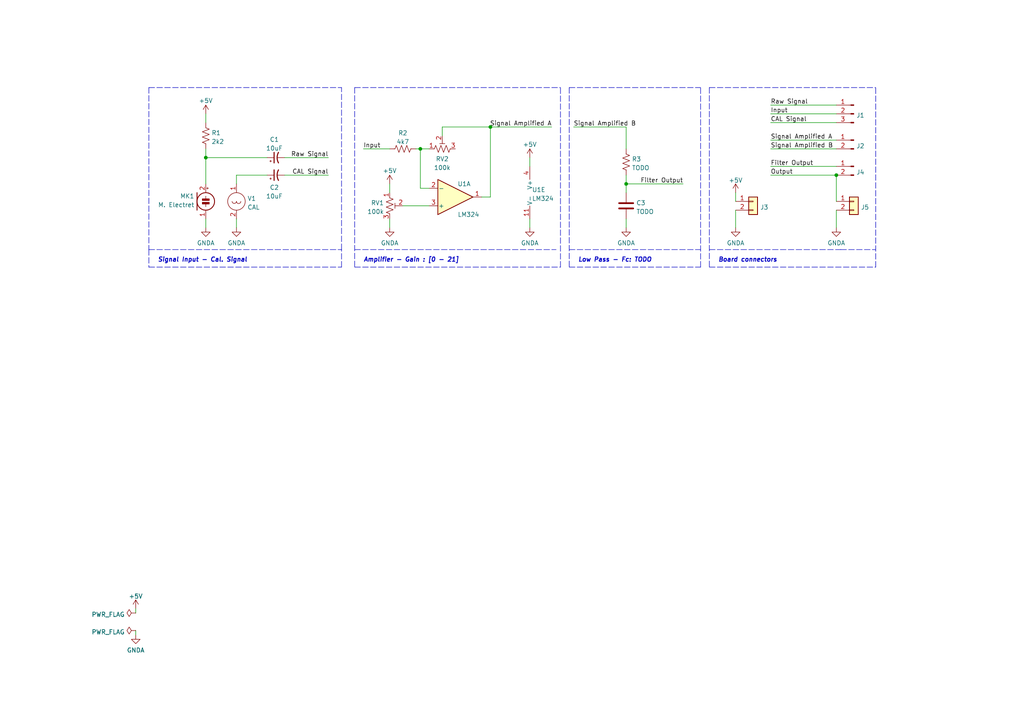
<source format=kicad_sch>
(kicad_sch (version 20211123) (generator eeschema)
  (paper "A4")
  (title_block (title "Microphone Preamplifier - Max Gain: 22") (date "2022-10-30") (rev "1.0"))
  (lib_symbols
    (symbol "Amplifier_Operational:LM324" (pin_names (offset 0.127))
      (property "Reference" "U" (at 0 5.08 0))
      (property "Value" "LM324" (at 0 -5.08 0))
      (symbol "LM324_1_1"
        (polyline (pts (xy -5.08 5.08) (xy 5.08 0) (xy -5.08 -5.08) (xy -5.08 5.08)) (stroke (width 0.254)) (fill (type background)))
        (pin output line (at 7.62 0 180) (length 2.54) (name "~") (number "1"))
        (pin input line (at -7.62 -2.54 0) (length 2.54) (name "-") (number "2"))
        (pin input line (at -7.62 2.54 0) (length 2.54) (name "+") (number "3"))
      )
      (symbol "LM324_2_1"
        (polyline (pts (xy -5.08 5.08) (xy 5.08 0) (xy -5.08 -5.08) (xy -5.08 5.08)) (stroke (width 0.254)) (fill (type background)))
        (pin input line (at -7.62 2.54 0) (length 2.54) (name "+") (number "5"))
        (pin input line (at -7.62 -2.54 0) (length 2.54) (name "-") (number "6"))
        (pin output line (at 7.62 0 180) (length 2.54) (name "~") (number "7"))
      )
      (symbol "LM324_3_1"
        (polyline (pts (xy -5.08 5.08) (xy 5.08 0) (xy -5.08 -5.08) (xy -5.08 5.08)) (stroke (width 0.254)) (fill (type background)))
        (pin input line (at -7.62 2.54 0) (length 2.54) (name "+") (number "10"))
        (pin output line (at 7.62 0 180) (length 2.54) (name "~") (number "8"))
        (pin input line (at -7.62 -2.54 0) (length 2.54) (name "-") (number "9"))
      )
      (symbol "LM324_4_1"
        (polyline (pts (xy -5.08 5.08) (xy 5.08 0) (xy -5.08 -5.08) (xy -5.08 5.08)) (stroke (width 0.254)) (fill (type background)))
        (pin input line (at -7.62 2.54 0) (length 2.54) (name "+") (number "12"))
        (pin input line (at -7.62 -2.54 0) (length 2.54) (name "-") (number "13"))
        (pin output line (at 7.62 0 180) (length 2.54) (name "~") (number "14"))
      )
      (symbol "LM324_5_1"
        (pin power_in line (at -2.54 -7.62 90) (length 3.81) (name "V-") (number "11"))
        (pin power_in line (at -2.54 7.62 270) (length 3.81) (name "V+") (number "4"))
      )
    )
    (symbol "Connector:Conn_01x02_Male" (pin_names (offset 1.016) hide)
      (property "Reference" "J" (at 0 2.54 0))
      (property "Value" "Conn_01x02_Male" (at 0 -5.08 0))
      (symbol "Conn_01x02_Male_1_1"
        (polyline (pts (xy 1.27 -2.54) (xy 0.8636 -2.54)) (stroke (width 0.1524)))
        (polyline (pts (xy 1.27 0) (xy 0.8636 0)) (stroke (width 0.1524)))
        (rectangle (start 0.8636 -2.413) (end 0 -2.667) (stroke (width 0.1524)) (fill (type outline)))
        (rectangle (start 0.8636 0.127) (end 0 -0.127) (stroke (width 0.1524)) (fill (type outline)))
        (pin passive line (at 5.08 0 180) (length 3.81) (name "Pin_1") (number "1"))
        (pin passive line (at 5.08 -2.54 180) (length 3.81) (name "Pin_2") (number "2"))
      )
    )
    (symbol "Connector:Conn_01x03_Male" (pin_names (offset 1.016) hide)
      (property "Reference" "J" (at 0 5.08 0))
      (property "Value" "Conn_01x03_Male" (at 0 -5.08 0))
      (symbol "Conn_01x03_Male_1_1"
        (polyline (pts (xy 1.27 -2.54) (xy 0.8636 -2.54)) (stroke (width 0.1524)))
        (polyline (pts (xy 1.27 0) (xy 0.8636 0)) (stroke (width 0.1524)))
        (polyline (pts (xy 1.27 2.54) (xy 0.8636 2.54)) (stroke (width 0.1524)))
        (rectangle (start 0.8636 -2.413) (end 0 -2.667) (stroke (width 0.1524)) (fill (type outline)))
        (rectangle (start 0.8636 0.127) (end 0 -0.127) (stroke (width 0.1524)) (fill (type outline)))
        (rectangle (start 0.8636 2.667) (end 0 2.413) (stroke (width 0.1524)) (fill (type outline)))
        (pin passive line (at 5.08 2.54 180) (length 3.81) (name "Pin_1") (number "1"))
        (pin passive line (at 5.08 0 180) (length 3.81) (name "Pin_2") (number "2"))
        (pin passive line (at 5.08 -2.54 180) (length 3.81) (name "Pin_3") (number "3"))
      )
    )
    (symbol "Connector_Generic:Conn_01x02" (pin_names (offset 1.016) hide)
      (property "Reference" "J" (at 0 2.54 0))
      (property "Value" "Conn_01x02" (at 0 -5.08 0))
      (symbol "Conn_01x02_1_1"
        (rectangle (start -1.27 -2.413) (end 0 -2.667) (stroke (width 0.1524)))
        (rectangle (start -1.27 0.127) (end 0 -0.127) (stroke (width 0.1524)))
        (rectangle (start -1.27 1.27) (end 1.27 -3.81) (stroke (width 0.254)) (fill (type background)))
        (pin passive line (at -5.08 0 0) (length 3.81) (name "Pin_1") (number "1"))
        (pin passive line (at -5.08 -2.54 0) (length 3.81) (name "Pin_2") (number "2"))
      )
    )
    (symbol "Device:C" (pin_numbers hide) (pin_names (offset 0.254))
      (property "Reference" "C" (at 0.635 2.54 0))
      (property "Value" "C" (at 0.635 -2.54 0))
      (symbol "C_0_1"
        (polyline (pts (xy -2.032 -0.762) (xy 2.032 -0.762)) (stroke (width 0.508)))
        (polyline (pts (xy -2.032 0.762) (xy 2.032 0.762)) (stroke (width 0.508)))
      )
      (symbol "C_1_1"
        (pin passive line (at 0 3.81 270) (length 2.794) (name "~") (number "1"))
        (pin passive line (at 0 -3.81 90) (length 2.794) (name "~") (number "2"))
      )
    )
    (symbol "Device:C_Polarized_Small_US" (pin_numbers hide) (pin_names (offset 0.254) hide)
      (property "Reference" "C" (at 0.254 1.778 0))
      (property "Value" "C_Polarized_Small_US" (at 0.254 -2.032 0))
      (symbol "C_Polarized_Small_US_0_1"
        (polyline (pts (xy -1.524 0.508) (xy 1.524 0.508)) (stroke (width 0.3048)))
        (polyline (pts (xy -1.27 1.524) (xy -0.762 1.524)))
        (polyline (pts (xy -1.016 1.27) (xy -1.016 1.778)))
        (arc (start 1.524 -0.762) (mid 0 -0.3734) (end -1.524 -0.762) (stroke (width 0.3048)))
      )
      (symbol "C_Polarized_Small_US_1_1"
        (pin passive line (at 0 2.54 270) (length 2.032) (name "~") (number "1"))
        (pin passive line (at 0 -2.54 90) (length 2.032) (name "~") (number "2"))
      )
    )
    (symbol "Device:Microphone_Condenser" (pin_names (offset 0.0254) hide)
      (property "Reference" "MK" (at -3.302 1.27 0))
      (property "Value" "Microphone_Condenser" (at -3.302 -0.635 0))
      (symbol "Microphone_Condenser_0_1"
        (polyline (pts (xy -2.54 2.54) (xy -2.54 -2.54)) (stroke (width 0.254)))
        (polyline (pts (xy 0 -0.762) (xy 0 -1.524)))
        (polyline (pts (xy 0 0.762) (xy 0 1.524)))
        (polyline (pts (xy 0.254 3.81) (xy 0.762 3.81)))
        (polyline (pts (xy 0.508 4.064) (xy 0.508 3.556)))
        (circle (center 0 0) (radius 2.54) (stroke (width 0.254)))
        (rectangle (start 1.016 -0.254) (end -1.016 -0.762) (fill (type outline)))
        (rectangle (start 1.016 0.762) (end -1.016 0.254) (fill (type outline)))
      )
      (symbol "Microphone_Condenser_1_1"
        (pin passive line (at 0 -5.08 90) (length 2.54) (name "-") (number "1"))
        (pin passive line (at 0 5.08 270) (length 2.54) (name "+") (number "2"))
      )
    )
    (symbol "Device:R_Potentiometer_Trim_US" (pin_names (offset 1.016) hide)
      (property "Reference" "RV" (at -4.445 0 90))
      (property "Value" "R_Potentiometer_Trim_US" (at -2.54 0 90))
      (symbol "R_Potentiometer_Trim_US_0_1"
        (polyline (pts (xy 0 -2.286) (xy 0 -2.54)))
        (polyline (pts (xy 0 2.286) (xy 0 2.54)))
        (polyline (pts (xy 1.524 0.762) (xy 1.524 -0.762)))
        (polyline (pts (xy 2.54 0) (xy 1.524 0)))
        (polyline (pts (xy 0 -0.762) (xy 1.016 -1.143) (xy 0 -1.524) (xy -1.016 -1.905) (xy 0 -2.286)))
        (polyline (pts (xy 0 0.762) (xy 1.016 0.381) (xy 0 0) (xy -1.016 -0.381) (xy 0 -0.762)))
        (polyline (pts (xy 0 2.286) (xy 1.016 1.905) (xy 0 1.524) (xy -1.016 1.143) (xy 0 0.762)))
      )
      (symbol "R_Potentiometer_Trim_US_1_1"
        (pin passive line (at 0 3.81 270) (length 1.27) (name "1") (number "1"))
        (pin passive line (at 3.81 0 180) (length 1.27) (name "2") (number "2"))
        (pin passive line (at 0 -3.81 90) (length 1.27) (name "3") (number "3"))
      )
    )
    (symbol "Device:R_US" (pin_numbers hide) (pin_names (offset 0))
      (property "Reference" "R" (at 2.54 0 90))
      (property "Value" "R_US" (at -2.54 0 90))
      (symbol "R_US_0_1"
        (polyline (pts (xy 0 -2.286) (xy 0 -2.54)))
        (polyline (pts (xy 0 2.286) (xy 0 2.54)))
        (polyline (pts (xy 0 -0.762) (xy 1.016 -1.143) (xy 0 -1.524) (xy -1.016 -1.905) (xy 0 -2.286)))
        (polyline (pts (xy 0 0.762) (xy 1.016 0.381) (xy 0 0) (xy -1.016 -0.381) (xy 0 -0.762)))
        (polyline (pts (xy 0 2.286) (xy 1.016 1.905) (xy 0 1.524) (xy -1.016 1.143) (xy 0 0.762)))
      )
      (symbol "R_US_1_1"
        (pin passive line (at 0 3.81 270) (length 1.27) (name "~") (number "1"))
        (pin passive line (at 0 -3.81 90) (length 1.27) (name "~") (number "2"))
      )
    )
    (symbol "power:+5V" (power) (pin_names (offset 0))
      (property "Value" "+5V" (at 0 3.556 0))
      (symbol "+5V_0_1"
        (polyline (pts (xy -0.762 1.27) (xy 0 2.54)))
        (polyline (pts (xy 0 0) (xy 0 2.54)))
        (polyline (pts (xy 0 2.54) (xy 0.762 1.27)))
      )
      (symbol "+5V_1_1"
        (pin power_in line (at 0 0 90) (length 0) hide (name "+5V") (number "1"))
      )
    )
    (symbol "power:GNDA" (power) (pin_names (offset 0))
      (property "Value" "GNDA" (at 0 -3.81 0))
      (symbol "GNDA_0_1"
        (polyline (pts (xy 0 0) (xy 0 -1.27) (xy 1.27 -1.27) (xy 0 -2.54) (xy -1.27 -1.27) (xy 0 -1.27)))
      )
      (symbol "GNDA_1_1"
        (pin power_in line (at 0 0 270) (length 0) hide (name "GNDA") (number "1"))
      )
    )
    (symbol "power:PWR_FLAG" (power) (pin_numbers hide) (pin_names (offset 0) hide)
      (property "Value" "PWR_FLAG" (at 0 3.81 0))
      (symbol "PWR_FLAG_0_0"
        (pin power_out line (at 0 0 90) (length 0) (name "pwr") (number "1"))
      )
      (symbol "PWR_FLAG_0_1"
        (polyline (pts (xy 0 0) (xy 0 1.27) (xy -1.016 1.905) (xy 0 2.54) (xy 1.016 1.905) (xy 0 1.27)))
      )
    )
    (symbol "pspice:VSOURCE" (pin_names (offset 1.016))
      (property "Reference" "V?" (at 5.715 0.8347 0))
      (property "Value" "VSOURCE" (at 5.715 -1.7022 0))
      (symbol "VSOURCE_0_1"
        (arc (start -1.27 0) (mid -0.635 -0.5821) (end 0 0) (stroke (width 0.1524)))
        (arc (start 0 0) (mid 0.635 -0.6511) (end 1.27 0) (stroke (width 0.1524)))
        (circle (center 0 0) (radius 2.54))
      )
      (symbol "VSOURCE_1_1"
        (pin input line (at 0 5.08 270) (length 2.54) (name "") (number "1"))
        (pin input line (at 0 -5.08 90) (length 2.54) (name "") (number "2"))
      )
    )
  )
  (junction (at 142.24 36.83))
  (junction (at 242.57 50.8))
  (junction (at 121.92 43.18))
  (junction (at 181.61 53.34))
  (junction (at 59.69 45.72))
  (polyline (pts (xy 102.87 77.47) (xy 162.56 77.47)))
  (wire (pts (xy 105.41 43.18) (xy 113.03 43.18)))
  (wire (pts (xy 242.57 50.8) (xy 242.57 58.42)))
  (wire (pts (xy 242.57 60.96) (xy 242.57 66.04)))
  (polyline (pts (xy 43.18 25.4) (xy 43.18 72.39)))
  (wire (pts (xy 128.27 39.37) (xy 128.27 36.83)))
  (wire (pts (xy 39.37 182.88) (xy 39.37 184.15)))
  (wire (pts (xy 181.61 53.34) (xy 198.12 53.34)))
  (polyline (pts (xy 102.87 25.4) (xy 102.87 77.47)))
  (polyline (pts (xy 162.56 77.47) (xy 162.56 25.4)))
  (wire (pts (xy 121.92 43.18) (xy 124.46 43.18)))
  (wire (pts (xy 181.61 50.8) (xy 181.61 53.34)))
  (polyline (pts (xy 43.18 72.39) (xy 43.18 77.47)))
  (wire (pts (xy 68.58 50.8) (xy 77.47 50.8)))
  (polyline (pts (xy 243.84 72.39) (xy 254 72.39)))
  (wire (pts (xy 59.69 43.18) (xy 59.69 45.72)))
  (wire (pts (xy 181.61 53.34) (xy 181.61 55.88)))
  (wire (pts (xy 39.37 176.53) (xy 39.37 177.8)))
  (polyline (pts (xy 205.74 25.4) (xy 205.74 77.47)))
  (wire (pts (xy 113.03 63.5) (xy 113.03 66.04)))
  (wire (pts (xy 68.58 50.8) (xy 68.58 53.34)))
  (wire (pts (xy 142.24 36.83) (xy 160.02 36.83)))
  (polyline (pts (xy 165.1 25.4) (xy 165.1 77.47)))
  (wire (pts (xy 166.37 36.83) (xy 181.61 36.83)))
  (wire (pts (xy 82.55 50.8) (xy 95.25 50.8)))
  (polyline (pts (xy 165.1 72.39) (xy 203.2 72.39)))
  (wire (pts (xy 59.69 33.02) (xy 59.69 35.56)))
  (wire (pts (xy 116.84 59.69) (xy 124.46 59.69)))
  (polyline (pts (xy 165.1 77.47) (xy 203.2 77.47)))
  (polyline (pts (xy 43.18 77.47) (xy 99.06 77.47)))
  (polyline (pts (xy 99.06 77.47) (xy 99.06 72.39)))
  (wire (pts (xy 213.36 60.96) (xy 213.36 66.04)))
  (polyline (pts (xy 99.06 72.39) (xy 99.06 25.4)))
  (wire (pts (xy 223.52 50.8) (xy 242.57 50.8)))
  (wire (pts (xy 223.52 33.02) (xy 242.57 33.02)))
  (wire (pts (xy 139.7 57.15) (xy 142.24 57.15)))
  (polyline (pts (xy 102.87 25.4) (xy 162.56 25.4)))
  (wire (pts (xy 153.67 45.72) (xy 153.67 48.26)))
  (wire (pts (xy 181.61 63.5) (xy 181.61 66.04)))
  (wire (pts (xy 82.55 45.72) (xy 95.25 45.72)))
  (wire (pts (xy 223.52 48.26) (xy 242.57 48.26)))
  (polyline (pts (xy 43.18 25.4) (xy 99.06 25.4)))
  (polyline (pts (xy 205.74 72.39) (xy 243.84 72.39)))
  (wire (pts (xy 223.52 35.56) (xy 242.57 35.56)))
  (polyline (pts (xy 205.74 77.47) (xy 254 77.47)))
  (wire (pts (xy 59.69 63.5) (xy 59.69 66.04)))
  (polyline (pts (xy 165.1 25.4) (xy 203.2 25.4)))
  (wire (pts (xy 181.61 43.18) (xy 181.61 36.83)))
  (wire (pts (xy 59.69 45.72) (xy 77.47 45.72)))
  (wire (pts (xy 68.58 63.5) (xy 68.58 66.04)))
  (polyline (pts (xy 254 77.47) (xy 254 25.4)))
  (polyline (pts (xy 43.18 72.39) (xy 99.06 72.39)))
  (wire (pts (xy 120.65 43.18) (xy 121.92 43.18)))
  (wire (pts (xy 59.69 45.72) (xy 59.69 53.34)))
  (wire (pts (xy 223.52 30.48) (xy 242.57 30.48)))
  (polyline (pts (xy 203.2 77.47) (xy 203.2 25.4)))
  (wire (pts (xy 213.36 55.88) (xy 213.36 58.42)))
  (polyline (pts (xy 102.87 72.39) (xy 161.29 72.39)))
  (wire (pts (xy 153.67 63.5) (xy 153.67 66.04)))
  (wire (pts (xy 223.52 43.18) (xy 242.57 43.18)))
  (wire (pts (xy 223.52 40.64) (xy 242.57 40.64)))
  (polyline (pts (xy 205.74 25.4) (xy 254 25.4)))
  (wire (pts (xy 128.27 36.83) (xy 142.24 36.83)))
  (wire (pts (xy 142.24 36.83) (xy 142.24 57.15)))
  (wire (pts (xy 113.03 53.34) (xy 113.03 55.88)))
  (wire (pts (xy 121.92 54.61) (xy 121.92 43.18)))
  (wire (pts (xy 124.46 54.61) (xy 121.92 54.61)))
  (text "Signal Input - Cal. Signal" (at 45.72 76.2 0) (effects (font (size 1.27 1.27) (thickness 0.254) bold italic) (justify left bottom)))
  (text "Amplifier - Gain : [0 - 21]" (at 105.41 76.2 0) (effects (font (size 1.27 1.27) bold italic) (justify left bottom)))
  (text "Low Pass - Fc: TODO" (at 167.64 76.2 0) (effects (font (size 1.27 1.27) bold italic) (justify left bottom)))
  (text "Board connectors" (at 208.28 76.2 0) (effects (font (size 1.27 1.27) bold italic) (justify left bottom)))
  (label "Filter Output" (at 198.12 53.34 180))
  (label "Filter Output" (at 223.52 48.26 0))
  (label "Signal Amplified A" (at 223.52 40.64 0))
  (label "CAL Signal" (at 95.25 50.8 180))
  (label "Signal Amplified A" (at 160.02 36.83 180))
  (label "CAL Signal" (at 223.52 35.56 0))
  (label "Signal Amplified B" (at 223.52 43.18 0))
  (label "Raw Signal" (at 95.25 45.72 180))
  (label "Signal Amplified B" (at 166.37 36.83 0))
  (label "Raw Signal" (at 223.52 30.48 0))
  (label "Output" (at 223.52 50.8 0))
  (label "Input" (at 105.41 43.18 0))
  (label "Input" (at 223.52 33.02 0))
  (symbol (lib_id "Device:R_US") (at 116.84 43.18 90) (unit 1)
    (property "Reference" "R2" (at 116.84 38.5912 90))
    (property "Value" "4k7" (at 116.84 41.1281 90))
    (property "Footprint" "Resistor_THT:R_Axial_DIN0207_L6.3mm_D2.5mm_P10.16mm_Horizontal" (effects hide))
  )
  (symbol (lib_id "Device:R_Potentiometer_Trim_US") (at 113.03 59.69 0) (unit 1)
    (property "Reference" "RV1" (at 111.3791 58.8553 0) (effects (justify right)))
    (property "Value" "100k" (at 111.3791 61.3922 0) (effects (justify right)))
    (property "Footprint" "Potentiometer_THT:Potentiometer_Bourns_3296W_Vertical" (effects hide))
  )
  (symbol (lib_id "power:GNDA") (at 39.37 184.15 0) (unit 1)
    (property "Reference" "#PWR02" (effects hide))
    (property "Value" "GNDA" (at 39.37 188.5934 0))
  )
  (symbol (lib_id "power:+5V") (at 59.69 33.02 0) (unit 1)
    (property "Reference" "#PWR03" (effects hide))
    (property "Value" "+5V" (at 59.69 29.21 0))
  )
  (symbol (lib_id "Amplifier_Operational:LM324") (at 132.08 57.15 0) (mirror x) (unit 1)
    (property "Reference" "U1" (at 134.62 53.34 0))
    (property "Value" "LM324" (at 135.89 62.23 0))
    (property "Footprint" "Package_DIP:DIP-14_W7.62mm_LongPads" (effects hide))
    (property "Datasheet" "http://www.ti.com/lit/ds/symlink/lm2902-n.pdf" (effects hide))
  )
  (symbol (lib_id "Connector_Generic:Conn_01x02") (at 218.44 58.42 0) (unit 1)
    (property "Reference" "J3" (at 220.472 60.1238 0) (effects (justify left)))
    (property "Value" "Conn_01x02" (effects hide))
    (property "Footprint" "TerminalBlock:TerminalBlock_bornier-2_P5.08mm" (effects hide))
  )
  (symbol (lib_id "Connector:Conn_01x03_Male") (at 247.65 33.02 0) (mirror y) (unit 1)
    (property "Reference" "J1" (at 248.3612 33.4538 0) (effects (justify right)))
    (property "Value" "Conn_01x03_Male" (effects hide))
    (property "Footprint" "Connector_PinHeader_2.54mm:PinHeader_1x03_P2.54mm_Vertical" (effects hide))
  )
  (symbol (lib_id "power:PWR_FLAG") (at 39.37 182.88 90) (unit 1)
    (property "Reference" "#FLG02" (effects hide))
    (property "Value" "PWR_FLAG" (at 36.1951 183.3138 90) (effects (justify left)))
  )
  (symbol (lib_id "Device:Microphone_Condenser") (at 59.69 58.42 0) (unit 1)
    (property "Reference" "MK1" (at 56.388 56.8868 0) (effects (justify right)))
    (property "Value" "M. Electret" (at 56.388 59.4237 0) (effects (justify right)))
    (property "Footprint" "Connector_PinHeader_2.54mm:PinHeader_1x02_P2.54mm_Vertical" (effects hide))
  )
  (symbol (lib_id "power:GNDA") (at 59.69 66.04 0) (unit 1)
    (property "Reference" "#PWR04" (effects hide))
    (property "Value" "GNDA" (at 59.69 70.4834 0))
  )
  (symbol (lib_id "power:GNDA") (at 181.61 66.04 0) (unit 1)
    (property "Reference" "#PWR010" (effects hide))
    (property "Value" "GNDA" (at 181.61 70.4834 0))
  )
  (symbol (lib_id "Connector_Generic:Conn_01x02") (at 247.65 58.42 0) (unit 1)
    (property "Reference" "J5" (at 249.682 60.1238 0) (effects (justify left)))
    (property "Value" "Conn_01x02" (effects hide))
    (property "Footprint" "TerminalBlock:TerminalBlock_bornier-2_P5.08mm" (effects hide))
  )
  (symbol (lib_id "power:GNDA") (at 68.58 66.04 0) (unit 1)
    (property "Reference" "#PWR05" (effects hide))
    (property "Value" "GNDA" (at 68.58 70.4834 0))
  )
  (symbol (lib_id "power:+5V") (at 213.36 55.88 0) (unit 1)
    (property "Reference" "#PWR011" (effects hide))
    (property "Value" "+5V" (at 213.36 52.3042 0))
  )
  (symbol (lib_id "power:+5V") (at 113.03 53.34 0) (unit 1)
    (property "Reference" "#PWR06" (effects hide))
    (property "Value" "+5V" (at 113.03 49.53 0))
  )
  (symbol (lib_id "Connector:Conn_01x02_Male") (at 247.65 48.26 0) (mirror y) (unit 1)
    (property "Reference" "J4" (at 248.3612 49.9638 0) (effects (justify right)))
    (property "Value" "Conn_01x02_Male" (effects hide))
    (property "Footprint" "Connector_PinHeader_2.54mm:PinHeader_1x02_P2.54mm_Vertical" (effects hide))
  )
  (symbol (lib_id "power:GNDA") (at 153.67 66.04 0) (unit 1)
    (property "Reference" "#PWR09" (effects hide))
    (property "Value" "GNDA" (at 153.67 70.4834 0))
  )
  (symbol (lib_id "power:+5V") (at 39.37 176.53 0) (unit 1)
    (property "Reference" "#PWR01" (effects hide))
    (property "Value" "+5V" (at 39.37 172.9542 0))
  )
  (symbol (lib_id "Connector:Conn_01x02_Male") (at 247.65 40.64 0) (mirror y) (unit 1)
    (property "Reference" "J2" (at 248.3612 42.3438 0) (effects (justify right)))
    (property "Value" "Conn_01x02_Male" (effects hide))
    (property "Footprint" "Connector_PinHeader_2.54mm:PinHeader_1x02_P2.54mm_Vertical" (effects hide))
  )
  (symbol (lib_id "Device:C_Polarized_Small_US") (at 80.01 45.72 90) (unit 1)
    (property "Reference" "C1" (at 79.5782 40.4708 90))
    (property "Value" "10uF" (at 79.5782 43.0077 90))
    (property "Footprint" "Capacitor_THT:CP_Radial_D4.0mm_P2.00mm" (effects hide))
  )
  (symbol (lib_id "Device:R_US") (at 59.69 39.37 0) (unit 1)
    (property "Reference" "R1" (at 61.341 38.5353 0) (effects (justify left)))
    (property "Value" "2k2" (at 61.341 41.0722 0) (effects (justify left)))
    (property "Footprint" "Resistor_THT:R_Axial_DIN0207_L6.3mm_D2.5mm_P10.16mm_Horizontal" (effects hide))
  )
  (symbol (lib_id "power:GNDA") (at 213.36 66.04 0) (unit 1)
    (property "Reference" "#PWR012" (effects hide))
    (property "Value" "GNDA" (at 213.36 70.4834 0))
  )
  (symbol (lib_id "power:+5V") (at 153.67 45.72 0) (unit 1)
    (property "Reference" "#PWR08" (effects hide))
    (property "Value" "+5V" (at 153.67 41.91 0))
  )
  (symbol (lib_id "Device:R_US") (at 181.61 46.99 180) (unit 1)
    (property "Reference" "R3" (at 183.261 46.1553 0) (effects (justify right)))
    (property "Value" "TODO" (at 183.261 48.6922 0) (effects (justify right)))
    (property "Footprint" "Resistor_THT:R_Axial_DIN0207_L6.3mm_D2.5mm_P10.16mm_Horizontal" (effects hide))
  )
  (symbol (lib_id "power:GNDA") (at 113.03 66.04 0) (unit 1)
    (property "Reference" "#PWR07" (effects hide))
    (property "Value" "GNDA" (at 113.03 70.4834 0))
  )
  (symbol (lib_id "Amplifier_Operational:LM324") (at 156.21 55.88 0) (unit 5)
    (property "Reference" "U1" (at 154.305 55.0453 0) (effects (justify left)))
    (property "Value" "LM324" (at 154.305 57.5822 0) (effects (justify left)))
    (property "Footprint" "Package_DIP:DIP-14_W7.62mm_LongPads" (effects hide))
    (property "Datasheet" "http://www.ti.com/lit/ds/symlink/lm2902-n.pdf" (effects hide))
  )
  (symbol (lib_id "pspice:VSOURCE") (at 68.58 58.42 0) (unit 1)
    (property "Reference" "V1" (at 71.755 57.5853 0) (effects (justify left)))
    (property "Value" "CAL" (at 71.755 60.1222 0) (effects (justify left)))
    (property "Footprint" "Connector_PinHeader_2.54mm:PinHeader_1x02_P2.54mm_Vertical" (effects hide))
  )
  (symbol (lib_id "power:PWR_FLAG") (at 39.37 177.8 90) (unit 1)
    (property "Reference" "#FLG01" (effects hide))
    (property "Value" "PWR_FLAG" (at 36.1951 178.2338 90) (effects (justify left)))
  )
  (symbol (lib_id "power:GNDA") (at 242.57 66.04 0) (unit 1)
    (property "Reference" "#PWR0101" (effects hide))
    (property "Value" "GNDA" (at 242.57 70.4834 0))
  )
  (symbol (lib_id "Device:R_Potentiometer_Trim_US") (at 128.27 43.18 90) (unit 1)
    (property "Reference" "RV2" (at 128.27 46.0994 90))
    (property "Value" "100k" (at 128.27 48.6363 90))
    (property "Footprint" "Potentiometer_THT:Potentiometer_Bourns_3296W_Vertical" (effects hide))
  )
  (symbol (lib_id "Device:C_Polarized_Small_US") (at 80.01 50.8 90) (unit 1)
    (property "Reference" "C2" (at 79.5782 54.3798 90))
    (property "Value" "10uF" (at 79.5782 56.9167 90))
    (property "Footprint" "Capacitor_THT:CP_Radial_D4.0mm_P2.00mm" (effects hide))
  )
  (symbol (lib_id "Device:C") (at 181.61 59.69 0) (unit 1)
    (property "Reference" "C3" (at 184.531 58.8553 0) (effects (justify left)))
    (property "Value" "TODO" (at 184.531 61.3922 0) (effects (justify left)))
    (property "Footprint" "Capacitor_THT:C_Disc_D3.8mm_W2.6mm_P2.50mm" (effects hide))
  )
)
</source>
